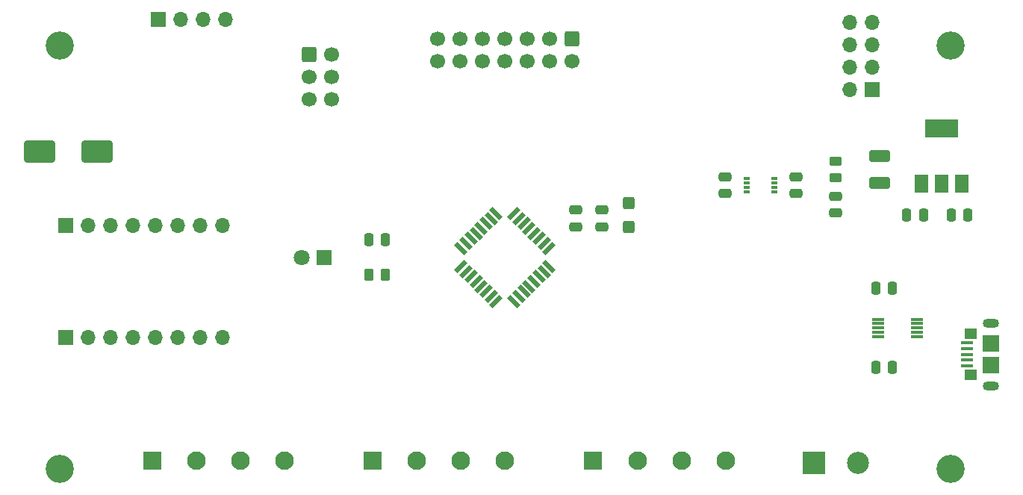
<source format=gts>
G04 #@! TF.GenerationSoftware,KiCad,Pcbnew,(6.0.0)*
G04 #@! TF.CreationDate,2022-07-19T14:29:55+02:00*
G04 #@! TF.ProjectId,mht-base,6e666c2d-6261-4736-952e-6b696361645f,rev?*
G04 #@! TF.SameCoordinates,Original*
G04 #@! TF.FileFunction,Soldermask,Top*
G04 #@! TF.FilePolarity,Negative*
%FSLAX46Y46*%
G04 Gerber Fmt 4.6, Leading zero omitted, Abs format (unit mm)*
G04 Created by KiCad (PCBNEW (6.0.0)) date 2022-07-19 14:29:55*
%MOMM*%
%LPD*%
G01*
G04 APERTURE LIST*
G04 Aperture macros list*
%AMRoundRect*
0 Rectangle with rounded corners*
0 $1 Rounding radius*
0 $2 $3 $4 $5 $6 $7 $8 $9 X,Y pos of 4 corners*
0 Add a 4 corners polygon primitive as box body*
4,1,4,$2,$3,$4,$5,$6,$7,$8,$9,$2,$3,0*
0 Add four circle primitives for the rounded corners*
1,1,$1+$1,$2,$3*
1,1,$1+$1,$4,$5*
1,1,$1+$1,$6,$7*
1,1,$1+$1,$8,$9*
0 Add four rect primitives between the rounded corners*
20,1,$1+$1,$2,$3,$4,$5,0*
20,1,$1+$1,$4,$5,$6,$7,0*
20,1,$1+$1,$6,$7,$8,$9,0*
20,1,$1+$1,$8,$9,$2,$3,0*%
%AMRotRect*
0 Rectangle, with rotation*
0 The origin of the aperture is its center*
0 $1 length*
0 $2 width*
0 $3 Rotation angle, in degrees counterclockwise*
0 Add horizontal line*
21,1,$1,$2,0,0,$3*%
G04 Aperture macros list end*
%ADD10RoundRect,0.250000X-0.250000X-0.475000X0.250000X-0.475000X0.250000X0.475000X-0.250000X0.475000X0*%
%ADD11R,2.100000X2.100000*%
%ADD12C,2.100000*%
%ADD13RoundRect,0.250000X-0.262500X-0.450000X0.262500X-0.450000X0.262500X0.450000X-0.262500X0.450000X0*%
%ADD14R,1.700000X1.700000*%
%ADD15O,1.700000X1.700000*%
%ADD16RoundRect,0.250000X-1.500000X-1.000000X1.500000X-1.000000X1.500000X1.000000X-1.500000X1.000000X0*%
%ADD17RoundRect,0.250000X0.250000X0.475000X-0.250000X0.475000X-0.250000X-0.475000X0.250000X-0.475000X0*%
%ADD18RoundRect,0.250000X-0.475000X0.250000X-0.475000X-0.250000X0.475000X-0.250000X0.475000X0.250000X0*%
%ADD19R,0.800000X0.300000*%
%ADD20C,3.200000*%
%ADD21R,2.500000X2.500000*%
%ADD22C,2.500000*%
%ADD23R,1.800000X1.800000*%
%ADD24C,1.800000*%
%ADD25RoundRect,0.250000X-0.925000X0.412500X-0.925000X-0.412500X0.925000X-0.412500X0.925000X0.412500X0*%
%ADD26R,1.400000X0.300000*%
%ADD27C,1.700000*%
%ADD28RoundRect,0.250000X-0.600000X0.600000X-0.600000X-0.600000X0.600000X-0.600000X0.600000X0.600000X0*%
%ADD29RoundRect,0.250000X0.425000X-0.450000X0.425000X0.450000X-0.425000X0.450000X-0.425000X-0.450000X0*%
%ADD30RoundRect,0.250000X-0.450000X0.262500X-0.450000X-0.262500X0.450000X-0.262500X0.450000X0.262500X0*%
%ADD31R,1.500000X2.000000*%
%ADD32R,3.800000X2.000000*%
%ADD33RotRect,1.600000X0.550000X45.000000*%
%ADD34RotRect,1.600000X0.550000X135.000000*%
%ADD35RoundRect,0.250000X-0.600000X-0.600000X0.600000X-0.600000X0.600000X0.600000X-0.600000X0.600000X0*%
%ADD36R,1.400000X0.400000*%
%ADD37R,1.450000X1.150000*%
%ADD38O,1.850000X1.050000*%
%ADD39R,1.900000X1.975000*%
G04 APERTURE END LIST*
D10*
X80050000Y-88000000D03*
X81950000Y-88000000D03*
D11*
X80500000Y-113000000D03*
D12*
X85500000Y-113000000D03*
X90500000Y-113000000D03*
X95500000Y-113000000D03*
D13*
X80087500Y-92000000D03*
X81912500Y-92000000D03*
D14*
X45720000Y-99060000D03*
D15*
X48260000Y-99060000D03*
X50800000Y-99060000D03*
X53340000Y-99060000D03*
X55880000Y-99060000D03*
X58420000Y-99060000D03*
X60960000Y-99060000D03*
X63500000Y-99060000D03*
D14*
X45720000Y-86360000D03*
D15*
X48260000Y-86360000D03*
X50800000Y-86360000D03*
X53340000Y-86360000D03*
X55880000Y-86360000D03*
X58420000Y-86360000D03*
X60960000Y-86360000D03*
X63500000Y-86360000D03*
D16*
X42750000Y-78000000D03*
X49250000Y-78000000D03*
D17*
X139450000Y-93500000D03*
X137550000Y-93500000D03*
D18*
X106500000Y-84600000D03*
X106500000Y-86500000D03*
D10*
X137550000Y-102500000D03*
X139450000Y-102500000D03*
D11*
X55500000Y-113000000D03*
D12*
X60500000Y-113000000D03*
X65500000Y-113000000D03*
X70500000Y-113000000D03*
D19*
X122900000Y-81050000D03*
X122900000Y-81550000D03*
X122900000Y-82050000D03*
X122900000Y-82550000D03*
X126000000Y-82550000D03*
X126000000Y-82050000D03*
X126000000Y-81550000D03*
X126000000Y-81050000D03*
D20*
X146000000Y-66000000D03*
D21*
X130500000Y-113300000D03*
D22*
X135500000Y-113300000D03*
D20*
X45000000Y-66000000D03*
D10*
X142950000Y-85150000D03*
X141050000Y-85150000D03*
D23*
X75000000Y-90000000D03*
D24*
X72460000Y-90000000D03*
D25*
X138000000Y-78462500D03*
X138000000Y-81537500D03*
D18*
X120450000Y-80850000D03*
X120450000Y-82750000D03*
D20*
X146000000Y-114000000D03*
D26*
X142200000Y-99000000D03*
X142200000Y-98500000D03*
X142200000Y-98000000D03*
X142200000Y-97500000D03*
X142200000Y-97000000D03*
X137800000Y-97000000D03*
X137800000Y-97500000D03*
X137800000Y-98000000D03*
X137800000Y-98500000D03*
X137800000Y-99000000D03*
D18*
X133000000Y-83050000D03*
X133000000Y-84950000D03*
D10*
X146100000Y-85150000D03*
X148000000Y-85150000D03*
D27*
X87880000Y-67787500D03*
X87880000Y-65247500D03*
X90420000Y-67787500D03*
X90420000Y-65247500D03*
X92960000Y-67787500D03*
X92960000Y-65247500D03*
X95500000Y-67787500D03*
X95500000Y-65247500D03*
X98040000Y-67787500D03*
X98040000Y-65247500D03*
X100580000Y-67787500D03*
X100580000Y-65247500D03*
X103120000Y-67787500D03*
D28*
X103120000Y-65247500D03*
D14*
X137105000Y-70950000D03*
D15*
X134565000Y-70950000D03*
X137105000Y-68410000D03*
X134565000Y-68410000D03*
X137105000Y-65870000D03*
X134565000Y-65870000D03*
X137105000Y-63330000D03*
X134565000Y-63330000D03*
D11*
X105500000Y-113000000D03*
D12*
X110500000Y-113000000D03*
X115500000Y-113000000D03*
X120500000Y-113000000D03*
D29*
X109500000Y-86550000D03*
X109500000Y-83850000D03*
D30*
X133000000Y-79087500D03*
X133000000Y-80912500D03*
D18*
X128450000Y-80850000D03*
X128450000Y-82750000D03*
D31*
X147300000Y-81650000D03*
X145000000Y-81650000D03*
D32*
X145000000Y-75350000D03*
D31*
X142700000Y-81650000D03*
D33*
X90514897Y-91025305D03*
X91080583Y-91590990D03*
X91646268Y-92156676D03*
X92211953Y-92722361D03*
X92777639Y-93288047D03*
X93343324Y-93853732D03*
X93909010Y-94419417D03*
X94474695Y-94985103D03*
D34*
X96525305Y-94985103D03*
X97090990Y-94419417D03*
X97656676Y-93853732D03*
X98222361Y-93288047D03*
X98788047Y-92722361D03*
X99353732Y-92156676D03*
X99919417Y-91590990D03*
X100485103Y-91025305D03*
D33*
X100485103Y-88974695D03*
X99919417Y-88409010D03*
X99353732Y-87843324D03*
X98788047Y-87277639D03*
X98222361Y-86711953D03*
X97656676Y-86146268D03*
X97090990Y-85580583D03*
X96525305Y-85014897D03*
D34*
X94474695Y-85014897D03*
X93909010Y-85580583D03*
X93343324Y-86146268D03*
X92777639Y-86711953D03*
X92211953Y-87277639D03*
X91646268Y-87843324D03*
X91080583Y-88409010D03*
X90514897Y-88974695D03*
D35*
X73247500Y-66955000D03*
D27*
X75787500Y-66955000D03*
X73247500Y-69495000D03*
X75787500Y-69495000D03*
X73247500Y-72035000D03*
X75787500Y-72035000D03*
D20*
X45000000Y-114000000D03*
D36*
X147900000Y-102300000D03*
X147900000Y-101650000D03*
X147900000Y-101000000D03*
X147900000Y-100350000D03*
X147900000Y-99700000D03*
D37*
X148320000Y-98680000D03*
D38*
X150550000Y-104575000D03*
D39*
X150550000Y-102237500D03*
D37*
X148320000Y-103320000D03*
D39*
X150550000Y-99762500D03*
D38*
X150550000Y-97425000D03*
D14*
X56200000Y-63000000D03*
D15*
X58740000Y-63000000D03*
X61280000Y-63000000D03*
X63820000Y-63000000D03*
D18*
X103500000Y-84600000D03*
X103500000Y-86500000D03*
M02*

</source>
